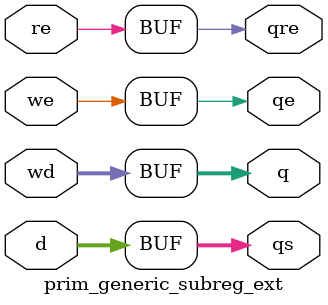
<source format=sv>

module prim_generic_subreg_ext #(
  parameter int unsigned DW = 32
) (
  input          re,
  input          we,
  input [DW-1:0] wd,

  input [DW-1:0] d,

  // output to HW and Reg Read
  output logic          qe,
  output logic          qre,
  output logic [DW-1:0] q,
  output logic [DW-1:0] qs
);

  assign qs = d;
  assign q = wd;
  assign qe = we;
  assign qre = re;

endmodule

</source>
